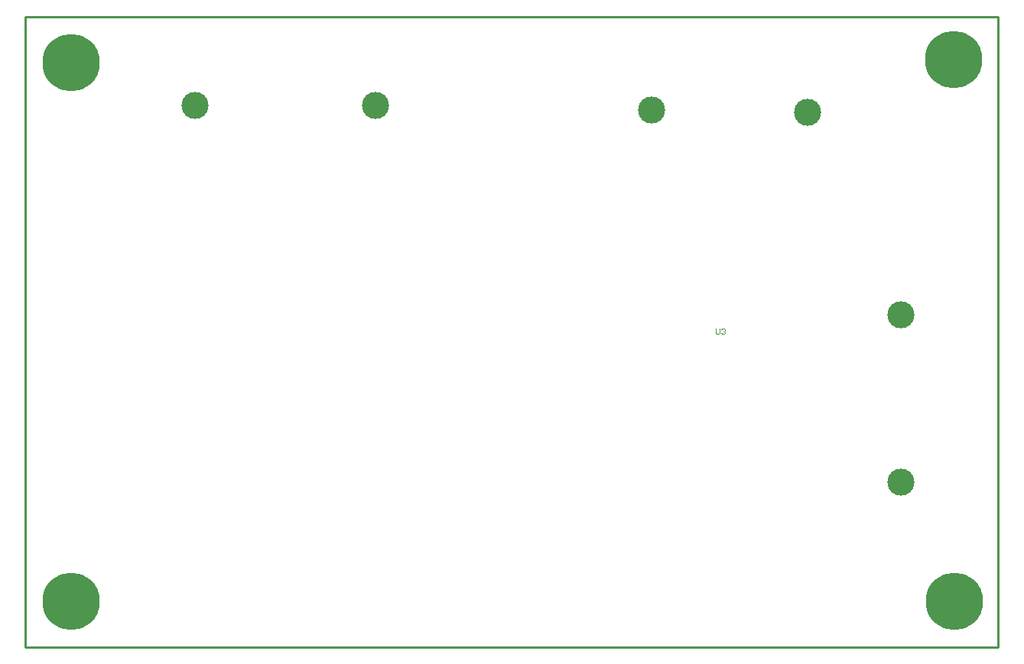
<source format=gm1>
G04*
G04 #@! TF.GenerationSoftware,Altium Limited,Altium Designer,24.2.2 (26)*
G04*
G04 Layer_Color=16711935*
%FSLAX25Y25*%
%MOIN*%
G70*
G04*
G04 #@! TF.SameCoordinates,43AA1BA6-794D-441E-BC0F-4625244E732F*
G04*
G04*
G04 #@! TF.FilePolarity,Positive*
G04*
G01*
G75*
%ADD14C,0.01000*%
%ADD16C,0.00394*%
%ADD50C,0.11811*%
%ADD51C,0.25000*%
D14*
X0Y0D02*
Y275000D01*
X424000D01*
Y0D02*
Y275000D01*
X0Y0D02*
X424000D01*
D16*
X301000Y138861D02*
Y136894D01*
X301394Y136500D01*
X302181D01*
X302574Y136894D01*
Y138861D01*
X303361Y138468D02*
X303755Y138861D01*
X304542D01*
X304936Y138468D01*
Y138074D01*
X304542Y137681D01*
X304149D01*
X304542D01*
X304936Y137287D01*
Y136894D01*
X304542Y136500D01*
X303755D01*
X303361Y136894D01*
D50*
X74000Y236398D02*
D03*
X152500D02*
D03*
X273000Y234398D02*
D03*
X341000Y233398D02*
D03*
X381398Y145000D02*
D03*
Y72000D02*
D03*
D51*
X405000Y20000D02*
D03*
X404567Y256102D02*
D03*
X20000Y255000D02*
D03*
Y20000D02*
D03*
M02*

</source>
